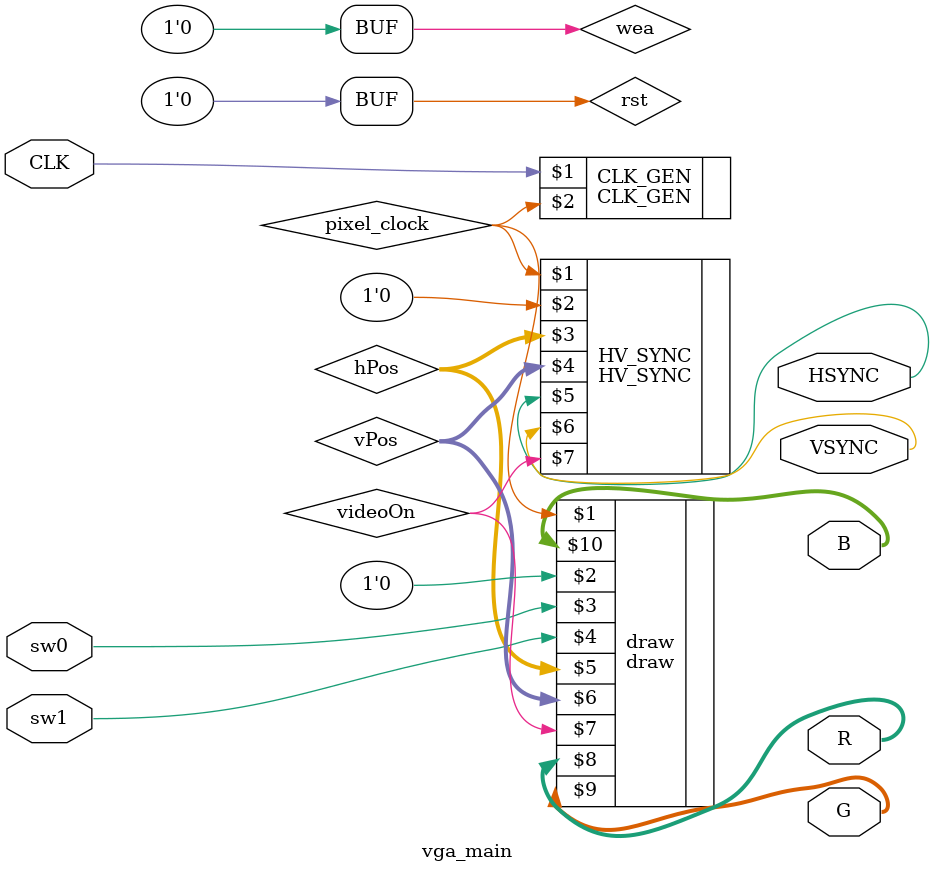
<source format=v>
module vga_main(
    input CLK,
    input sw0,
    input sw1,
    output HSYNC,
    output VSYNC,
    output [4:0] R,
    output [5:0] G,
    output [4:0] B
    );

reg rst;
wire videoOn;
wire [9:0]hPos;
wire [9:0]vPos;
wire  data;
wire [18:0] addr;
reg wea;
reg dataa;

initial begin
    rst <= 0;
    wea <= 0;
end

CLK_GEN CLK_GEN(
    CLK,
    pixel_clock
    );

HV_SYNC HV_SYNC(pixel_clock,
    rst,
    hPos,
    vPos,
    HSYNC,
    VSYNC,
    videoOn
    );
//Ball Bouncing draw block
draw draw(
        pixel_clock,
        rst,
        sw0,
        sw1,
        hPos,
        vPos,
        videoOn,
         R,
         G,
         B
        );
/*
img_ram img_ram(
pixel_clock,
wea,
addr,
dataa,

pixel_clock,
addr,
data
);
draw_ram draw_ram(
        pixel_clock,
        rst,
        sw0,
        hPos,
        vPos,
        data,
        addr,
        videoOn,
         R,
         G,
         B
        );
        */
endmodule

</source>
